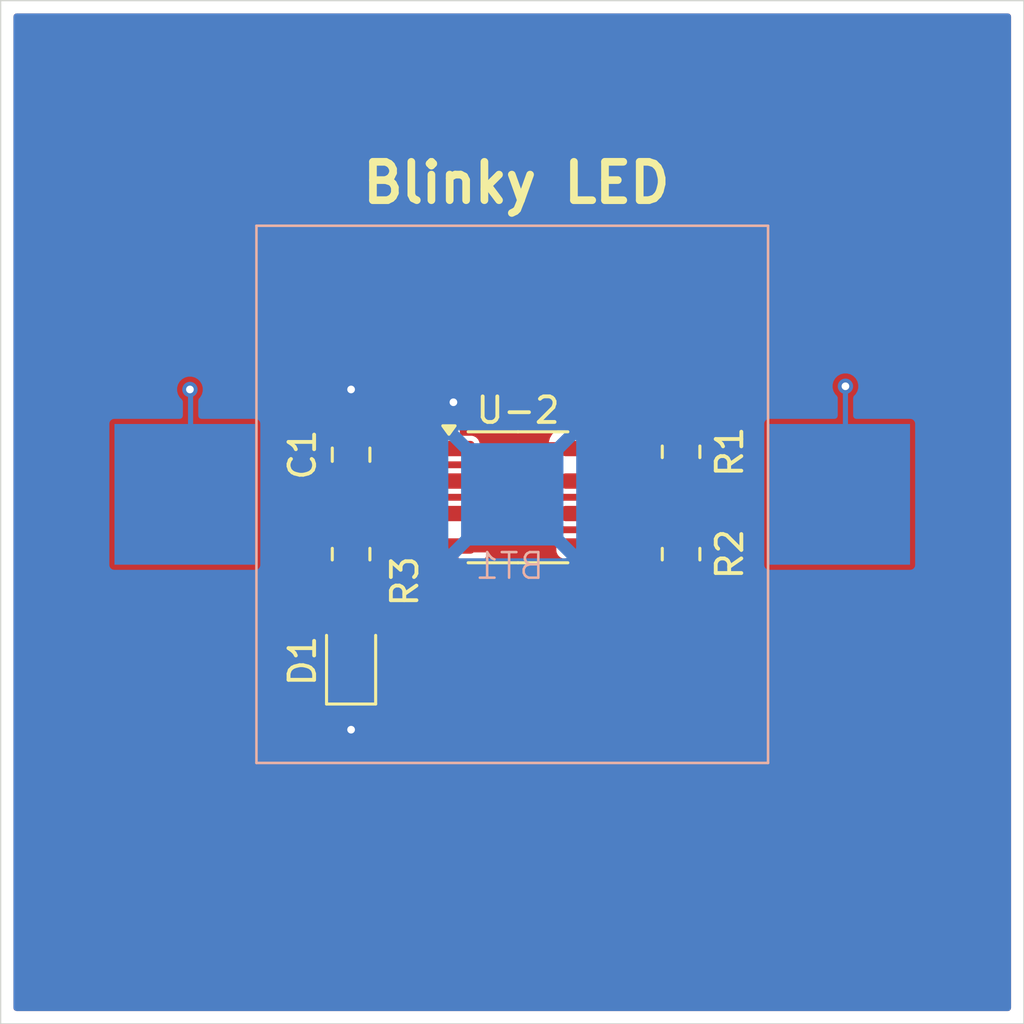
<source format=kicad_pcb>
(kicad_pcb (version 20241229) (generator "pcbnew") (generator_version "9.0")
  (layers (0 "F.Cu" signal) (2 "B.Cu" signal) (13 "F.Paste" user) (15 "B.Paste" user) (5 "F.SilkS" user "F.Silkscreen") (7 "B.SilkS" user "B.Silkscreen") (1 "F.Mask" user) (3 "B.Mask" user) (25 "Edge.Cuts" user))
  (net 0 "")
  (net 1 "GND")
  (net 2 "/THR")
  (net 3 "Net-(D1-A)")
  (net 4 "/DIS")
  (net 5 "/Vdd")
  (net 6 "Net-(U-2-OUT)")
  (footprint "Package_SO:SO-8_3.9x4.9mm_P1.27mm" (layer "F.Cu") (at 141.225 111.415)
    (property "Reference" "U-2" (at 0 -3.4 0) (layer "F.SilkS"))
    (property "Value" "~")
    (fp_line (start 0 -2.56) (end -1.95 -2.56) (stroke (width 0.12)) (layer "F.SilkS"))
    (fp_line (start 0 -2.56) (end 1.95 -2.56) (stroke (width 0.12)) (layer "F.SilkS"))
    (fp_line (start 0 2.56) (end -1.95 2.56) (stroke (width 0.12)) (layer "F.SilkS"))
    (fp_line (start 0 2.56) (end 1.95 2.56) (stroke (width 0.12)) (layer "F.SilkS"))
    (fp_poly (pts (xy -2.7 -2.465) (xy -2.94 -2.795) (xy -2.46 -2.795)) (stroke (width 0.12)) (fill yes) (layer "F.SilkS"))
    (pad "1" smd roundrect (at -2.575 -1.905) (size 1.75 0.6) (layers "F.Cu" "F.Mask" "F.Paste") (net 1 "GND"))
    (pad "2" smd roundrect (at -2.575 -0.635) (size 1.75 0.6) (layers "F.Cu" "F.Mask" "F.Paste") (net 2 "/THR"))
    (pad "3" smd roundrect (at -2.575 0.635) (size 1.75 0.6) (layers "F.Cu" "F.Mask" "F.Paste") (net 6 "Net-(U-2-OUT)"))
    (pad "4" smd roundrect (at -2.575 1.905) (size 1.75 0.6) (layers "F.Cu" "F.Mask" "F.Paste") (net 5 "/Vdd"))
    (pad "5" smd roundrect (at 2.575 1.905) (size 1.75 0.6) (layers "F.Cu" "F.Mask" "F.Paste"))
    (pad "6" smd roundrect (at 2.575 0.635) (size 1.75 0.6) (layers "F.Cu" "F.Mask" "F.Paste") (net 2 "/THR"))
    (pad "7" smd roundrect (at 2.575 -0.635) (size 1.75 0.6) (layers "F.Cu" "F.Mask" "F.Paste") (net 4 "/DIS"))
    (pad "8" smd roundrect (at 2.575 -1.905) (size 1.75 0.6) (layers "F.Cu" "F.Mask" "F.Paste") (net 5 "/Vdd"))
  )
  (footprint "Capacitor_SMD:C_0805_2012Metric" (layer "F.Cu") (at 134.7 109.75 90)
    (property "Reference" "C1" (at 0 -1.9 90) (layer "F.SilkS"))
    (property "Value" "1u")
    (fp_line (start -0.261252 -0.735) (end 0.261252 -0.735) (stroke (width 0.12)) (layer "F.SilkS"))
    (fp_line (start -0.261252 0.735) (end 0.261252 0.735) (stroke (width 0.12)) (layer "F.SilkS"))
    (pad "1" smd roundrect (at -0.95 0 90) (size 1 1.45) (layers "F.Cu" "F.Mask" "F.Paste") (net 2 "/THR"))
    (pad "2" smd roundrect (at 0.95 0 90) (size 1 1.45) (layers "F.Cu" "F.Mask" "F.Paste") (net 1 "GND"))
  )
  (footprint "Resistor_SMD:R_0805_2012Metric" (layer "F.Cu") (at 134.7 113.6375 -90)
    (property "Reference" "R3" (at 1.0625 -2.1 90) (layer "F.SilkS"))
    (property "Value" "1k")
    (fp_line (start -0.227064 0.735) (end 0.227064 0.735) (stroke (width 0.12)) (layer "F.SilkS"))
    (fp_line (start -0.227064 -0.735) (end 0.227064 -0.735) (stroke (width 0.12)) (layer "F.SilkS"))
    (pad "1" smd roundrect (at -0.9125 0 270) (size 1.025 1.4) (layers "F.Cu" "F.Mask" "F.Paste") (roundrect_rratio 0.243902) (net 6 "Net-(U-2-OUT)"))
    (pad "2" smd roundrect (at 0.9125 0 270) (size 1.025 1.4) (layers "F.Cu" "F.Mask" "F.Paste") (roundrect_rratio 0.243902) (net 3 "Net-(D1-A)"))
  )
  (footprint "Resistor_SMD:R_0805_2012Metric" (layer "F.Cu") (at 147.6 109.6375 -90)
    (property "Reference" "R1" (at 0 -1.9 90) (layer "F.SilkS"))
    (property "Value" "1K")
    (fp_line (start -0.227064 0.735) (end 0.227064 0.735) (stroke (width 0.12)) (layer "F.SilkS"))
    (fp_line (start -0.227064 -0.735) (end 0.227064 -0.735) (stroke (width 0.12)) (layer "F.SilkS"))
    (pad "1" smd roundrect (at -0.9125 0 270) (size 1.025 1.4) (layers "F.Cu" "F.Mask" "F.Paste") (roundrect_rratio 0.243902) (net 5 "/Vdd"))
    (pad "2" smd roundrect (at 0.9125 0 270) (size 1.025 1.4) (layers "F.Cu" "F.Mask" "F.Paste") (roundrect_rratio 0.243902) (net 4 "/DIS"))
  )
  (footprint "LED_SMD:LED_0805_2012Metric" (layer "F.Cu") (at 134.7 117.8125 90)
    (property "Reference" "D1" (at 0 -1.9 90) (layer "F.SilkS"))
    (property "Value" "LED")
    (fp_line (start 1 -0.96) (end -1.685 -0.96) (stroke (width 0.12)) (layer "F.SilkS"))
    (fp_line (start -1.685 -0.96) (end -1.685 0.96) (stroke (width 0.12)) (layer "F.SilkS"))
    (fp_line (start -1.685 0.96) (end 1 0.96) (stroke (width 0.12)) (layer "F.SilkS"))
    (pad "1" smd roundrect (at -0.9375 0 90) (size 0.975 1.4) (layers "F.Cu" "F.Mask" "F.Paste") (net 1 "GND"))
    (pad "2" smd roundrect (at 0.9375 0 90) (size 0.975 1.4) (layers "F.Cu" "F.Mask" "F.Paste") (net 3 "Net-(D1-A)"))
  )
  (footprint "Resistor_SMD:R_0805_2012Metric" (layer "F.Cu") (at 147.6 113.6375 -90)
    (property "Reference" "R2" (at 0 -1.9 90) (layer "F.SilkS"))
    (property "Value" "470k")
    (fp_line (start -0.227064 0.735) (end 0.227064 0.735) (stroke (width 0.12)) (layer "F.SilkS"))
    (fp_line (start -0.227064 -0.735) (end 0.227064 -0.735) (stroke (width 0.12)) (layer "F.SilkS"))
    (pad "1" smd roundrect (at -0.9125 0 270) (size 1.025 1.4) (layers "F.Cu" "F.Mask" "F.Paste") (roundrect_rratio 0.243902) (net 4 "/DIS"))
    (pad "2" smd roundrect (at 0.9125 0 270) (size 1.025 1.4) (layers "F.Cu" "F.Mask" "F.Paste") (roundrect_rratio 0.243902) (net 2 "/THR"))
  )
  (footprint "Library:C-Battery" (layer "B.Cu") (at 142 107.3 180)
    (property "Reference" "BT1" (at 1.1 -6.8 0) (layer "B.SilkS") (effects (font (thickness 0.1)) (justify mirror)))
    (property "Value" "CR2032")
    (fp_line (start 11 6.5) (end 11 -14.5) (stroke (width 0.1)) (layer "B.SilkS"))
    (fp_line (start -9 6.5) (end 11 6.5) (stroke (width 0.1)) (layer "B.SilkS"))
    (fp_line (start -9 -14.5) (end 11 -14.5) (stroke (width 0.1)) (layer "B.SilkS"))
    (fp_line (start -9 -14.5) (end -9 6.5) (stroke (width 0.1)) (layer "B.SilkS"))
    (pad "1" smd rect (at -11.8 -4 180) (size 5.5 5.5) (layers "B.Cu" "B.Mask" "B.Paste") (net 5 "/Vdd"))
    (pad "1" smd rect (at 13.8 -4 180) (size 5.5 5.5) (layers "B.Cu" "B.Mask" "B.Paste") (net 5 "/Vdd"))
    (pad "2" smd rect (at 1 -4 180) (size 4 4) (layers "B.Cu" "B.Mask" "B.Paste") (net 1 "GND"))
  )
  (gr_line (start 161 92) (end 161 132) (stroke (width 0.05)) (layer "Edge.Cuts"))
  (gr_line (start 121 132) (end 121 92) (stroke (width 0.05)) (layer "Edge.Cuts"))
  (gr_line (start 121 92) (end 161 92) (stroke (width 0.05)) (layer "Edge.Cuts"))
  (gr_line (start 161 132) (end 121 132) (stroke (width 0.05)) (layer "Edge.Cuts"))
  (gr_text "Made by: \nGabe" (at 143.7 127.4 0) (layer "F.Cu" knockout) (effects (font (size 1.5 1.5) (thickness 0.3) (bold yes)) (justify left bottom)))
  (gr_text "Blinky LED" (at 135 100 0) (layer "F.SilkS") (effects (font (size 1.5 1.5) (thickness 0.3) (bold yes)) (justify left bottom)))
  (segment (start 134.7 108.8) (end 134.7 107.2) (width 0.2) (layer "F.Cu") (net 1))
  (segment (start 134.7 118.75) (end 134.7 120.5) (width 0.2) (layer "F.Cu") (net 1))
  (segment (start 138.65 109.51) (end 138.65 107.75) (width 0.2) (layer "F.Cu") (net 1))
  (segment (start 138.65 107.75) (end 138.7 107.7) (width 0.2) (layer "F.Cu") (net 1))
  (via (at 134.7 120.5) (size 0.75) (drill 0.3) (layers "F.Cu" "B.Cu") (net 1))
  (via (at 138.7 107.7) (size 0.6) (drill 0.3) (layers "F.Cu" "B.Cu") (net 1))
  (via (at 134.7 107.2) (size 0.6) (drill 0.3) (layers "F.Cu" "B.Cu") (net 1))
  (segment (start 145.1 112.05) (end 143.8 112.05) (width 0.2) (layer "F.Cu") (net 2))
  (segment (start 134.7 110.7) (end 138.57 110.7) (width 0.2) (layer "F.Cu") (net 2))
  (segment (start 140.48 110.78) (end 138.65 110.78) (width 0.2) (layer "F.Cu") (net 2))
  (segment (start 141.75 112.05) (end 140.48 110.78) (width 0.2) (layer "F.Cu") (net 2))
  (segment (start 138.57 110.7) (end 138.65 110.78) (width 0.2) (layer "F.Cu") (net 2))
  (segment (start 143.8 112.05) (end 141.75 112.05) (width 0.2) (layer "F.Cu") (net 2))
  (segment (start 147.6 114.55) (end 145.1 112.05) (width 0.2) (layer "F.Cu") (net 2))
  (segment (start 134.7 114.55) (end 134.7 116.875) (width 0.2) (layer "F.Cu") (net 3))
  (segment (start 143.8 110.78) (end 147.37 110.78) (width 0.2) (layer "F.Cu") (net 4))
  (segment (start 147.6 110.55) (end 147.6 112.725) (width 0.2) (layer "F.Cu") (net 4))
  (segment (start 147.37 110.78) (end 147.6 110.55) (width 0.2) (layer "F.Cu") (net 4))
  (segment (start 146.815 109.51) (end 147.6 108.725) (width 0.2) (layer "F.Cu") (net 5))
  (segment (start 143.8 109.51) (end 146.815 109.51) (width 0.2) (layer "F.Cu") (net 5))
  (via (at 154.025 107.075) (size 0.6) (drill 0.3) (layers "F.Cu" "B.Cu") (net 5))
  (via (at 128.4 107.2) (size 0.6) (drill 0.3) (layers "F.Cu" "B.Cu") (net 5))
  (segment (start 154.025 111.415) (end 154.025 107.075) (width 0.2) (layer "B.Cu") (net 5))
  (segment (start 128.425 111.415) (end 128.425 107.225) (width 0.2) (layer "B.Cu") (net 5))
  (segment (start 128.425 107.225) (end 128.4 107.2) (width 0.2) (layer "B.Cu") (net 5))
  (segment (start 154.025 107.075) (end 154.1 107) (width 0.2) (layer "B.Cu") (net 5))
  (segment (start 136.575 112.725) (end 134.7 112.725) (width 0.2) (layer "F.Cu") (net 6))
  (segment (start 137.25 112.05) (end 136.575 112.725) (width 0.2) (layer "F.Cu") (net 6))
  (segment (start 138.65 112.05) (end 137.25 112.05) (width 0.2) (layer "F.Cu") (net 6))
  (zone (net 5) (net_name "/Vdd") (layer "F.Cu") (connect_pads (clearance 0.2)) (min_thickness 0.25) (fill yes (thermal_gap 0.5) (thermal_bridge_width 0.5))
    (polygon (pts (xy 121 92) (xy 161 92) (xy 161 132) (xy 121 132)))
  )
  (zone (net 1) (net_name "GND") (layer "B.Cu") (connect_pads (clearance 0.2)) (min_thickness 0.25) (fill yes (thermal_gap 0.5) (thermal_bridge_width 0.5))
    (polygon (pts (xy 121 92) (xy 161 92) (xy 161 132) (xy 121 132)))
  )
)
</source>
